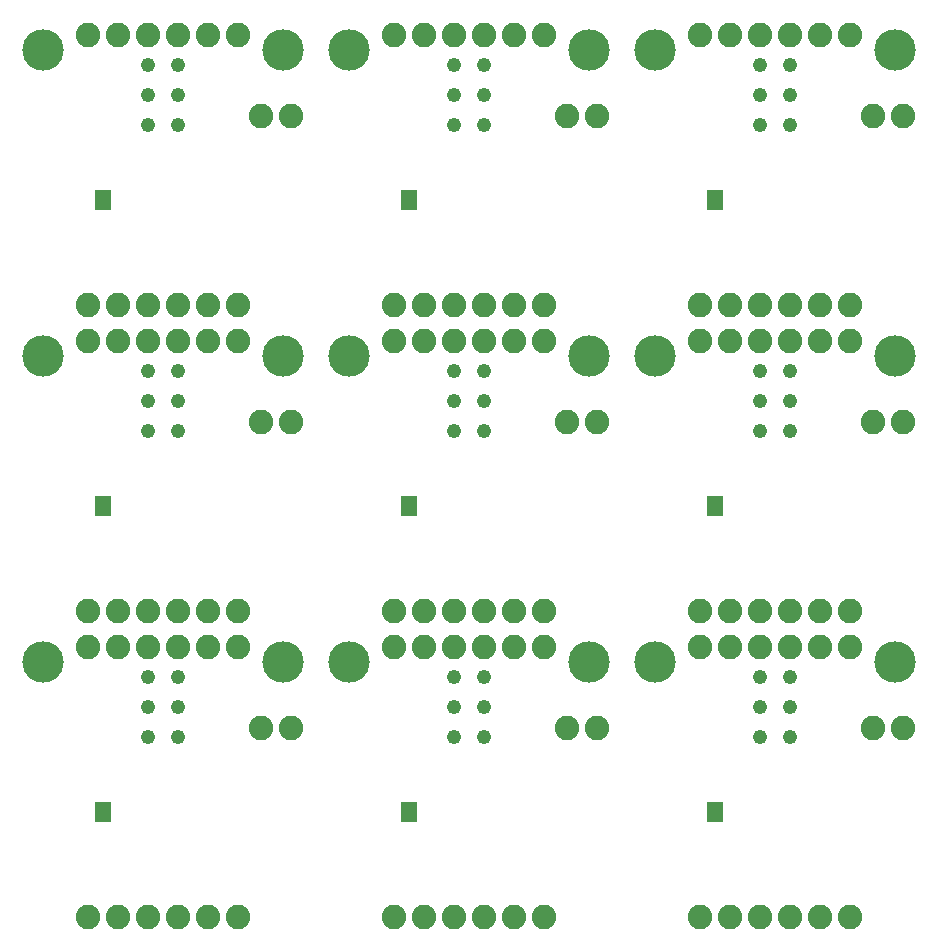
<source format=gbs>
G75*
%MOIN*%
%OFA0B0*%
%FSLAX25Y25*%
%IPPOS*%
%LPD*%
%AMOC8*
5,1,8,0,0,1.08239X$1,22.5*
%
%ADD10C,0.08200*%
%ADD11R,0.05800X0.03300*%
%ADD12C,0.13800*%
%ADD13C,0.04808*%
D10*
X0098333Y0043333D03*
X0108333Y0043333D03*
X0118333Y0043333D03*
X0128333Y0043333D03*
X0138333Y0043333D03*
X0148333Y0043333D03*
X0200333Y0043333D03*
X0210333Y0043333D03*
X0220333Y0043333D03*
X0230333Y0043333D03*
X0240333Y0043333D03*
X0250333Y0043333D03*
X0302333Y0043333D03*
X0312333Y0043333D03*
X0322333Y0043333D03*
X0332333Y0043333D03*
X0342333Y0043333D03*
X0352333Y0043333D03*
X0359833Y0106333D03*
X0369833Y0106333D03*
X0352333Y0133333D03*
X0342333Y0133333D03*
X0332333Y0133333D03*
X0322333Y0133333D03*
X0312333Y0133333D03*
X0302333Y0133333D03*
X0302333Y0145333D03*
X0312333Y0145333D03*
X0322333Y0145333D03*
X0332333Y0145333D03*
X0342333Y0145333D03*
X0352333Y0145333D03*
X0359833Y0208333D03*
X0369833Y0208333D03*
X0352333Y0235333D03*
X0342333Y0235333D03*
X0332333Y0235333D03*
X0322333Y0235333D03*
X0312333Y0235333D03*
X0302333Y0235333D03*
X0302333Y0247333D03*
X0312333Y0247333D03*
X0322333Y0247333D03*
X0332333Y0247333D03*
X0342333Y0247333D03*
X0352333Y0247333D03*
X0359833Y0310333D03*
X0369833Y0310333D03*
X0352333Y0337333D03*
X0342333Y0337333D03*
X0332333Y0337333D03*
X0322333Y0337333D03*
X0312333Y0337333D03*
X0302333Y0337333D03*
X0267833Y0310333D03*
X0257833Y0310333D03*
X0250333Y0337333D03*
X0240333Y0337333D03*
X0230333Y0337333D03*
X0220333Y0337333D03*
X0210333Y0337333D03*
X0200333Y0337333D03*
X0165833Y0310333D03*
X0155833Y0310333D03*
X0148333Y0337333D03*
X0138333Y0337333D03*
X0128333Y0337333D03*
X0118333Y0337333D03*
X0108333Y0337333D03*
X0098333Y0337333D03*
X0098333Y0247333D03*
X0108333Y0247333D03*
X0118333Y0247333D03*
X0128333Y0247333D03*
X0138333Y0247333D03*
X0148333Y0247333D03*
X0148333Y0235333D03*
X0138333Y0235333D03*
X0128333Y0235333D03*
X0118333Y0235333D03*
X0108333Y0235333D03*
X0098333Y0235333D03*
X0155833Y0208333D03*
X0165833Y0208333D03*
X0200333Y0235333D03*
X0210333Y0235333D03*
X0220333Y0235333D03*
X0230333Y0235333D03*
X0240333Y0235333D03*
X0250333Y0235333D03*
X0250333Y0247333D03*
X0240333Y0247333D03*
X0230333Y0247333D03*
X0220333Y0247333D03*
X0210333Y0247333D03*
X0200333Y0247333D03*
X0257833Y0208333D03*
X0267833Y0208333D03*
X0250333Y0145333D03*
X0240333Y0145333D03*
X0230333Y0145333D03*
X0220333Y0145333D03*
X0210333Y0145333D03*
X0200333Y0145333D03*
X0200333Y0133333D03*
X0210333Y0133333D03*
X0220333Y0133333D03*
X0230333Y0133333D03*
X0240333Y0133333D03*
X0250333Y0133333D03*
X0257833Y0106333D03*
X0267833Y0106333D03*
X0165833Y0106333D03*
X0155833Y0106333D03*
X0148333Y0133333D03*
X0138333Y0133333D03*
X0128333Y0133333D03*
X0118333Y0133333D03*
X0108333Y0133333D03*
X0098333Y0133333D03*
X0098333Y0145333D03*
X0108333Y0145333D03*
X0118333Y0145333D03*
X0128333Y0145333D03*
X0138333Y0145333D03*
X0148333Y0145333D03*
D11*
X0103333Y0178733D03*
X0103333Y0181933D03*
X0205333Y0181933D03*
X0205333Y0178733D03*
X0307333Y0178733D03*
X0307333Y0181933D03*
X0307333Y0280733D03*
X0307333Y0283933D03*
X0205333Y0283933D03*
X0205333Y0280733D03*
X0103333Y0280733D03*
X0103333Y0283933D03*
X0103333Y0079933D03*
X0103333Y0076733D03*
X0205333Y0076733D03*
X0205333Y0079933D03*
X0307333Y0079933D03*
X0307333Y0076733D03*
D12*
X0287333Y0128333D03*
X0265333Y0128333D03*
X0185333Y0128333D03*
X0163333Y0128333D03*
X0083333Y0128333D03*
X0083333Y0230333D03*
X0163333Y0230333D03*
X0185333Y0230333D03*
X0265333Y0230333D03*
X0287333Y0230333D03*
X0367333Y0230333D03*
X0367333Y0332333D03*
X0287333Y0332333D03*
X0265333Y0332333D03*
X0185333Y0332333D03*
X0163333Y0332333D03*
X0083333Y0332333D03*
X0367333Y0128333D03*
D13*
X0332333Y0123333D03*
X0332333Y0113333D03*
X0332333Y0103333D03*
X0322333Y0103333D03*
X0322333Y0113333D03*
X0322333Y0123333D03*
X0322333Y0205333D03*
X0322333Y0215333D03*
X0322333Y0225333D03*
X0332333Y0225333D03*
X0332333Y0215333D03*
X0332333Y0205333D03*
X0230333Y0205333D03*
X0220333Y0205333D03*
X0220333Y0215333D03*
X0220333Y0225333D03*
X0230333Y0225333D03*
X0230333Y0215333D03*
X0230333Y0123333D03*
X0230333Y0113333D03*
X0230333Y0103333D03*
X0220333Y0103333D03*
X0220333Y0113333D03*
X0220333Y0123333D03*
X0128333Y0123333D03*
X0118333Y0123333D03*
X0118333Y0113333D03*
X0128333Y0113333D03*
X0128333Y0103333D03*
X0118333Y0103333D03*
X0118333Y0205333D03*
X0128333Y0205333D03*
X0128333Y0215333D03*
X0118333Y0215333D03*
X0118333Y0225333D03*
X0128333Y0225333D03*
X0128333Y0307333D03*
X0118333Y0307333D03*
X0118333Y0317333D03*
X0128333Y0317333D03*
X0128333Y0327333D03*
X0118333Y0327333D03*
X0220333Y0327333D03*
X0220333Y0317333D03*
X0220333Y0307333D03*
X0230333Y0307333D03*
X0230333Y0317333D03*
X0230333Y0327333D03*
X0322333Y0327333D03*
X0322333Y0317333D03*
X0322333Y0307333D03*
X0332333Y0307333D03*
X0332333Y0317333D03*
X0332333Y0327333D03*
M02*

</source>
